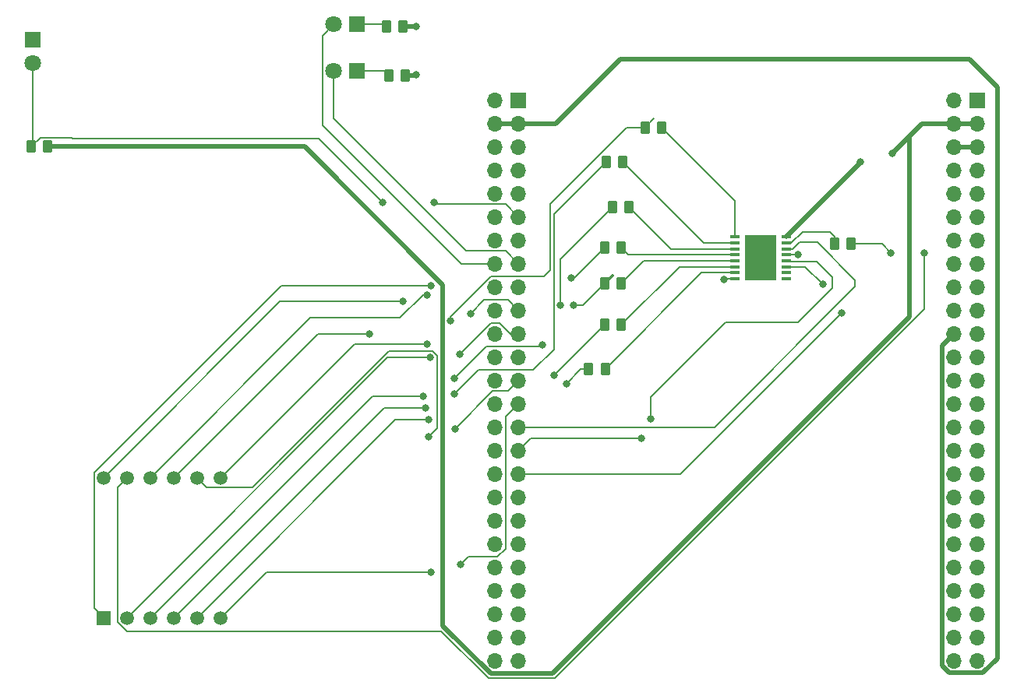
<source format=gbr>
%TF.GenerationSoftware,KiCad,Pcbnew,(7.0.0)*%
%TF.CreationDate,2023-05-31T00:06:15-06:00*%
%TF.ProjectId,Oximeter,4f78696d-6574-4657-922e-6b696361645f,rev?*%
%TF.SameCoordinates,Original*%
%TF.FileFunction,Copper,L1,Top*%
%TF.FilePolarity,Positive*%
%FSLAX46Y46*%
G04 Gerber Fmt 4.6, Leading zero omitted, Abs format (unit mm)*
G04 Created by KiCad (PCBNEW (7.0.0)) date 2023-05-31 00:06:15*
%MOMM*%
%LPD*%
G01*
G04 APERTURE LIST*
G04 Aperture macros list*
%AMRoundRect*
0 Rectangle with rounded corners*
0 $1 Rounding radius*
0 $2 $3 $4 $5 $6 $7 $8 $9 X,Y pos of 4 corners*
0 Add a 4 corners polygon primitive as box body*
4,1,4,$2,$3,$4,$5,$6,$7,$8,$9,$2,$3,0*
0 Add four circle primitives for the rounded corners*
1,1,$1+$1,$2,$3*
1,1,$1+$1,$4,$5*
1,1,$1+$1,$6,$7*
1,1,$1+$1,$8,$9*
0 Add four rect primitives between the rounded corners*
20,1,$1+$1,$2,$3,$4,$5,0*
20,1,$1+$1,$4,$5,$6,$7,0*
20,1,$1+$1,$6,$7,$8,$9,0*
20,1,$1+$1,$8,$9,$2,$3,0*%
G04 Aperture macros list end*
%TA.AperFunction,SMDPad,CuDef*%
%ADD10RoundRect,0.250000X-0.262500X-0.450000X0.262500X-0.450000X0.262500X0.450000X-0.262500X0.450000X0*%
%TD*%
%TA.AperFunction,SMDPad,CuDef*%
%ADD11R,1.050000X0.450000*%
%TD*%
%TA.AperFunction,SMDPad,CuDef*%
%ADD12R,3.400000X5.000000*%
%TD*%
%TA.AperFunction,ComponentPad*%
%ADD13R,1.500000X1.500000*%
%TD*%
%TA.AperFunction,ComponentPad*%
%ADD14C,1.500000*%
%TD*%
%TA.AperFunction,SMDPad,CuDef*%
%ADD15RoundRect,0.250000X0.262500X0.450000X-0.262500X0.450000X-0.262500X-0.450000X0.262500X-0.450000X0*%
%TD*%
%TA.AperFunction,ComponentPad*%
%ADD16R,1.700000X1.700000*%
%TD*%
%TA.AperFunction,ComponentPad*%
%ADD17O,1.700000X1.700000*%
%TD*%
%TA.AperFunction,ComponentPad*%
%ADD18R,1.800000X1.800000*%
%TD*%
%TA.AperFunction,ComponentPad*%
%ADD19C,1.800000*%
%TD*%
%TA.AperFunction,ViaPad*%
%ADD20C,0.800000*%
%TD*%
%TA.AperFunction,Conductor*%
%ADD21C,0.508000*%
%TD*%
%TA.AperFunction,Conductor*%
%ADD22C,0.203200*%
%TD*%
%TA.AperFunction,Conductor*%
%ADD23C,0.304800*%
%TD*%
G04 APERTURE END LIST*
D10*
%TO.P,R3,1*%
%TO.N,a*%
X238425000Y-89600000D03*
%TO.P,R3,2*%
%TO.N,Net-(U1-a)*%
X240250000Y-89600000D03*
%TD*%
D11*
%TO.P,U2,1,QB*%
%TO.N,b*%
X227624999Y-88824999D03*
%TO.P,U2,2,QC*%
%TO.N,c*%
X227624999Y-89474999D03*
%TO.P,U2,3,QD*%
%TO.N,d*%
X227624999Y-90124999D03*
%TO.P,U2,4,QE*%
%TO.N,e*%
X227624999Y-90774999D03*
%TO.P,U2,5,QF*%
%TO.N,f*%
X227624999Y-91424999D03*
%TO.P,U2,6,QG*%
%TO.N,g*%
X227624999Y-92074999D03*
%TO.P,U2,7,QH*%
%TO.N,dp*%
X227624999Y-92724999D03*
%TO.P,U2,8,GND*%
%TO.N,GND*%
X227624999Y-93374999D03*
%TO.P,U2,9,QH'*%
%TO.N,unconnected-(U2-QH'-Pad9)*%
X233174999Y-93374999D03*
%TO.P,U2,10,~{SRCLR}*%
%TO.N,+5V*%
X233174999Y-92724999D03*
%TO.P,U2,11,SRCLK*%
%TO.N,SH_CP*%
X233174999Y-92074999D03*
%TO.P,U2,12,RCLK*%
%TO.N,ST_CP*%
X233174999Y-91424999D03*
%TO.P,U2,13,~{OE}*%
%TO.N,GND*%
X233174999Y-90774999D03*
%TO.P,U2,14,SER*%
%TO.N,DS*%
X233174999Y-90124999D03*
%TO.P,U2,15,QA*%
%TO.N,a*%
X233174999Y-89474999D03*
%TO.P,U2,16,VCC*%
%TO.N,+5V*%
X233174999Y-88824999D03*
D12*
%TO.P,U2,17*%
%TO.N,N/C*%
X230399999Y-91099999D03*
%TD*%
D13*
%TO.P,U1,1,e*%
%TO.N,Net-(U1-e)*%
X159024999Y-130264999D03*
D14*
%TO.P,U1,2,d*%
%TO.N,Net-(U1-d)*%
X161565000Y-130265000D03*
%TO.P,U1,3,DPX*%
%TO.N,Net-(U1-DPX)*%
X164105000Y-130265000D03*
%TO.P,U1,4,c*%
%TO.N,Net-(U1-c)*%
X166645000Y-130265000D03*
%TO.P,U1,5,g*%
%TO.N,Net-(U1-g)*%
X169185000Y-130265000D03*
%TO.P,U1,6,CA4*%
%TO.N,Dig4*%
X171725000Y-130265000D03*
%TO.P,U1,7,b*%
%TO.N,Net-(U1-b)*%
X171725000Y-115025000D03*
%TO.P,U1,8,CA3*%
%TO.N,Dig3*%
X169185000Y-115025000D03*
%TO.P,U1,9,CA2*%
%TO.N,Dig2*%
X166645000Y-115025000D03*
%TO.P,U1,10,f*%
%TO.N,Net-(U1-f)*%
X164105000Y-115025000D03*
%TO.P,U1,11,a*%
%TO.N,Net-(U1-a)*%
X161565000Y-115025000D03*
%TO.P,U1,12,CA1*%
%TO.N,Dig1*%
X159025000Y-115025000D03*
%TD*%
D15*
%TO.P,R11,1*%
%TO.N,+5V*%
X152950000Y-79025000D03*
%TO.P,R11,2*%
%TO.N,LightSensor*%
X151125000Y-79025000D03*
%TD*%
%TO.P,R10,1*%
%TO.N,dp*%
X213525000Y-103200000D03*
%TO.P,R10,2*%
%TO.N,Net-(U1-DPX)*%
X211700000Y-103200000D03*
%TD*%
%TO.P,R9,1*%
%TO.N,g*%
X215275000Y-98375000D03*
%TO.P,R9,2*%
%TO.N,Net-(U1-g)*%
X213450000Y-98375000D03*
%TD*%
%TO.P,R8,1*%
%TO.N,f*%
X215250000Y-93900000D03*
%TO.P,R8,2*%
%TO.N,Net-(U1-f)*%
X213425000Y-93900000D03*
%TD*%
%TO.P,R7,1*%
%TO.N,e*%
X215250000Y-90025000D03*
%TO.P,R7,2*%
%TO.N,Net-(U1-e)*%
X213425000Y-90025000D03*
%TD*%
%TO.P,R6,2*%
%TO.N,Net-(U1-d)*%
X214275000Y-85600000D03*
%TO.P,R6,1*%
%TO.N,d*%
X216100000Y-85600000D03*
%TD*%
%TO.P,R5,2*%
%TO.N,Net-(U1-c)*%
X213600000Y-80675000D03*
%TO.P,R5,1*%
%TO.N,c*%
X215425000Y-80675000D03*
%TD*%
%TO.P,R4,2*%
%TO.N,Net-(U1-b)*%
X217825000Y-76925000D03*
%TO.P,R4,1*%
%TO.N,b*%
X219650000Y-76925000D03*
%TD*%
D10*
%TO.P,R2,1*%
%TO.N,Net-(D1-K)*%
X189735000Y-65950000D03*
%TO.P,R2,2*%
%TO.N,GND*%
X191560000Y-65950000D03*
%TD*%
%TO.P,R1,1*%
%TO.N,Net-(D2-K)*%
X189985000Y-71250000D03*
%TO.P,R1,2*%
%TO.N,GND*%
X191810000Y-71250000D03*
%TD*%
D16*
%TO.P,J2,1,Pin_1*%
%TO.N,GND*%
X253974999Y-73994999D03*
D17*
%TO.P,J2,2,Pin_2*%
X251434999Y-73994999D03*
%TO.P,J2,3,Pin_3*%
%TO.N,+5V*%
X253974999Y-76534999D03*
%TO.P,J2,4,Pin_4*%
X251434999Y-76534999D03*
%TO.P,J2,5,Pin_5*%
%TO.N,/3V*%
X253974999Y-79074999D03*
%TO.P,J2,6,Pin_6*%
X251434999Y-79074999D03*
%TO.P,J2,7,Pin_7*%
%TO.N,/PH0*%
X253974999Y-81614999D03*
%TO.P,J2,8,Pin_8*%
%TO.N,/PH1*%
X251434999Y-81614999D03*
%TO.P,J2,9,Pin_9*%
%TO.N,/PC14*%
X253974999Y-84154999D03*
%TO.P,J2,10,Pin_10*%
%TO.N,/PC15*%
X251434999Y-84154999D03*
%TO.P,J2,11,Pin_11*%
%TO.N,/PE6*%
X253974999Y-86694999D03*
%TO.P,J2,12,Pin_12*%
%TO.N,/PC13*%
X251434999Y-86694999D03*
%TO.P,J2,13,Pin_13*%
%TO.N,/PE4*%
X253974999Y-89234999D03*
%TO.P,J2,14,Pin_14*%
%TO.N,/PE5*%
X251434999Y-89234999D03*
%TO.P,J2,15,Pin_15*%
%TO.N,/PE2*%
X253974999Y-91774999D03*
%TO.P,J2,16,Pin_16*%
%TO.N,/PE3*%
X251434999Y-91774999D03*
%TO.P,J2,17,Pin_17*%
%TO.N,/PE0*%
X253974999Y-94314999D03*
%TO.P,J2,18,Pin_18*%
%TO.N,/PE1*%
X251434999Y-94314999D03*
%TO.P,J2,19,Pin_19*%
%TO.N,/PB8*%
X253974999Y-96854999D03*
%TO.P,J2,20,Pin_20*%
%TO.N,/PB9*%
X251434999Y-96854999D03*
%TO.P,J2,21,Pin_21*%
%TO.N,/BOOT0*%
X253974999Y-99394999D03*
%TO.P,J2,22,Pin_22*%
%TO.N,/VDD*%
X251434999Y-99394999D03*
%TO.P,J2,23,Pin_23*%
%TO.N,/PB6*%
X253974999Y-101934999D03*
%TO.P,J2,24,Pin_24*%
%TO.N,/PB7*%
X251434999Y-101934999D03*
%TO.P,J2,25,Pin_25*%
%TO.N,/PB4*%
X253974999Y-104474999D03*
%TO.P,J2,26,Pin_26*%
%TO.N,/PB5*%
X251434999Y-104474999D03*
%TO.P,J2,27,Pin_27*%
%TO.N,/PD7*%
X253974999Y-107014999D03*
%TO.P,J2,28,Pin_28*%
%TO.N,/PB3*%
X251434999Y-107014999D03*
%TO.P,J2,29,Pin_29*%
%TO.N,/PD5*%
X253974999Y-109554999D03*
%TO.P,J2,30,Pin_30*%
%TO.N,/PD6*%
X251434999Y-109554999D03*
%TO.P,J2,31,Pin_31*%
%TO.N,/PD3*%
X253974999Y-112094999D03*
%TO.P,J2,32,Pin_32*%
%TO.N,/PD4*%
X251434999Y-112094999D03*
%TO.P,J2,33,Pin_33*%
%TO.N,/PD1*%
X253974999Y-114634999D03*
%TO.P,J2,34,Pin_34*%
%TO.N,/PD2*%
X251434999Y-114634999D03*
%TO.P,J2,35,Pin_35*%
%TO.N,/PC12*%
X253974999Y-117174999D03*
%TO.P,J2,36,Pin_36*%
%TO.N,/PD0*%
X251434999Y-117174999D03*
%TO.P,J2,37,Pin_37*%
%TO.N,/PC10*%
X253974999Y-119714999D03*
%TO.P,J2,38,Pin_38*%
%TO.N,/PC11*%
X251434999Y-119714999D03*
%TO.P,J2,39,Pin_39*%
%TO.N,/PA14*%
X253974999Y-122254999D03*
%TO.P,J2,40,Pin_40*%
%TO.N,/PA15*%
X251434999Y-122254999D03*
%TO.P,J2,41,Pin_41*%
%TO.N,/PA10*%
X253974999Y-124794999D03*
%TO.P,J2,42,Pin_42*%
%TO.N,/PA13*%
X251434999Y-124794999D03*
%TO.P,J2,43,Pin_43*%
%TO.N,/PA8*%
X253974999Y-127334999D03*
%TO.P,J2,44,Pin_44*%
%TO.N,/PA9*%
X251434999Y-127334999D03*
%TO.P,J2,45,Pin_45*%
%TO.N,/PC8*%
X253974999Y-129874999D03*
%TO.P,J2,46,Pin_46*%
%TO.N,/PC9*%
X251434999Y-129874999D03*
%TO.P,J2,47,Pin_47*%
%TO.N,/PC6*%
X253974999Y-132414999D03*
%TO.P,J2,48,Pin_48*%
%TO.N,/PC7*%
X251434999Y-132414999D03*
%TO.P,J2,49,Pin_49*%
%TO.N,GND*%
X253974999Y-134954999D03*
%TO.P,J2,50,Pin_50*%
X251434999Y-134954999D03*
%TD*%
D16*
%TO.P,J1,1,Pin_1*%
%TO.N,GND*%
X204089999Y-73979999D03*
D17*
%TO.P,J1,2,Pin_2*%
X201549999Y-73979999D03*
%TO.P,J1,3,Pin_3*%
%TO.N,/VDD*%
X204089999Y-76519999D03*
%TO.P,J1,4,Pin_4*%
X201549999Y-76519999D03*
%TO.P,J1,5,Pin_5*%
%TO.N,GND*%
X204089999Y-79059999D03*
%TO.P,J1,6,Pin_6*%
%TO.N,/NSRT*%
X201549999Y-79059999D03*
%TO.P,J1,7,Pin_7*%
%TO.N,/PC1*%
X204089999Y-81599999D03*
%TO.P,J1,8,Pin_8*%
%TO.N,/PC0*%
X201549999Y-81599999D03*
%TO.P,J1,9,Pin_9*%
%TO.N,/PC3*%
X204089999Y-84139999D03*
%TO.P,J1,10,Pin_10*%
%TO.N,/PC2*%
X201549999Y-84139999D03*
%TO.P,J1,11,Pin_11*%
%TO.N,LightSensor*%
X204089999Y-86679999D03*
%TO.P,J1,12,Pin_12*%
%TO.N,/PA0*%
X201549999Y-86679999D03*
%TO.P,J1,13,Pin_13*%
%TO.N,/PA3*%
X204089999Y-89219999D03*
%TO.P,J1,14,Pin_14*%
%TO.N,/PA2*%
X201549999Y-89219999D03*
%TO.P,J1,15,Pin_15*%
%TO.N,Infared_LED*%
X204089999Y-91759999D03*
%TO.P,J1,16,Pin_16*%
%TO.N,Red_LED*%
X201549999Y-91759999D03*
%TO.P,J1,17,Pin_17*%
%TO.N,/PA7*%
X204089999Y-94299999D03*
%TO.P,J1,18,Pin_18*%
%TO.N,/PA6*%
X201549999Y-94299999D03*
%TO.P,J1,19,Pin_19*%
%TO.N,Dig1*%
X204089999Y-96839999D03*
%TO.P,J1,20,Pin_20*%
%TO.N,/PC4*%
X201549999Y-96839999D03*
%TO.P,J1,21,Pin_21*%
%TO.N,Dig2*%
X204089999Y-99379999D03*
%TO.P,J1,22,Pin_22*%
%TO.N,/PB0*%
X201549999Y-99379999D03*
%TO.P,J1,23,Pin_23*%
%TO.N,GND*%
X204089999Y-101919999D03*
%TO.P,J1,24,Pin_24*%
%TO.N,/PB2*%
X201549999Y-101919999D03*
%TO.P,J1,25,Pin_25*%
%TO.N,Dig3*%
X204089999Y-104459999D03*
%TO.P,J1,26,Pin_26*%
%TO.N,/PE8*%
X201549999Y-104459999D03*
%TO.P,J1,27,Pin_27*%
%TO.N,Dig4*%
X204089999Y-106999999D03*
%TO.P,J1,28,Pin_28*%
%TO.N,/PE10*%
X201549999Y-106999999D03*
%TO.P,J1,29,Pin_29*%
%TO.N,DS*%
X204089999Y-109539999D03*
%TO.P,J1,30,Pin_30*%
%TO.N,/PE12*%
X201549999Y-109539999D03*
%TO.P,J1,31,Pin_31*%
%TO.N,ST_CP*%
X204089999Y-112079999D03*
%TO.P,J1,32,Pin_32*%
%TO.N,/PE14*%
X201549999Y-112079999D03*
%TO.P,J1,33,Pin_33*%
%TO.N,SH_CP*%
X204089999Y-114619999D03*
%TO.P,J1,34,Pin_34*%
%TO.N,/PB10*%
X201549999Y-114619999D03*
%TO.P,J1,35,Pin_35*%
%TO.N,/PB11*%
X204089999Y-117159999D03*
%TO.P,J1,36,Pin_36*%
%TO.N,/PB12*%
X201549999Y-117159999D03*
%TO.P,J1,37,Pin_37*%
%TO.N,/PB13*%
X204089999Y-119699999D03*
%TO.P,J1,38,Pin_38*%
%TO.N,/PB14*%
X201549999Y-119699999D03*
%TO.P,J1,39,Pin_39*%
%TO.N,/PB15*%
X204089999Y-122239999D03*
%TO.P,J1,40,Pin_40*%
%TO.N,/PD8*%
X201549999Y-122239999D03*
%TO.P,J1,41,Pin_41*%
%TO.N,/PD9*%
X204089999Y-124779999D03*
%TO.P,J1,42,Pin_42*%
%TO.N,/PD10*%
X201549999Y-124779999D03*
%TO.P,J1,43,Pin_43*%
%TO.N,/PD11*%
X204089999Y-127319999D03*
%TO.P,J1,44,Pin_44*%
%TO.N,/PD12*%
X201549999Y-127319999D03*
%TO.P,J1,45,Pin_45*%
%TO.N,/PD13*%
X204089999Y-129859999D03*
%TO.P,J1,46,Pin_46*%
%TO.N,/PD14*%
X201549999Y-129859999D03*
%TO.P,J1,47,Pin_47*%
%TO.N,/PD15*%
X204089999Y-132399999D03*
%TO.P,J1,48,Pin_48*%
%TO.N,/NC*%
X201549999Y-132399999D03*
%TO.P,J1,49,Pin_49*%
%TO.N,GND*%
X204089999Y-134939999D03*
%TO.P,J1,50,Pin_50*%
X201549999Y-134939999D03*
%TD*%
D18*
%TO.P,D3,1,K*%
%TO.N,GND*%
X151312499Y-67424999D03*
D19*
%TO.P,D3,2,A*%
%TO.N,LightSensor*%
X151312500Y-69965000D03*
%TD*%
D18*
%TO.P,D2,1,K*%
%TO.N,Net-(D2-K)*%
X186549999Y-70799999D03*
D19*
%TO.P,D2,2,A*%
%TO.N,Infared_LED*%
X184010000Y-70800000D03*
%TD*%
D18*
%TO.P,D1,1,K*%
%TO.N,Net-(D1-K)*%
X186549999Y-65724999D03*
D19*
%TO.P,D1,2,A*%
%TO.N,Red_LED*%
X184010000Y-65725000D03*
%TD*%
D20*
%TO.N,Net-(U1-e)*%
X209850000Y-93300000D03*
X194550000Y-94150000D03*
%TO.N,Dig1*%
X198875000Y-97150000D03*
X191575000Y-95875000D03*
%TO.N,Net-(U1-a)*%
X244550000Y-90550000D03*
X248200000Y-90550000D03*
%TO.N,Net-(U1-f)*%
X210100000Y-96250000D03*
X194200000Y-95173900D03*
%TO.N,Dig2*%
X187900000Y-99400000D03*
X197725000Y-101575000D03*
%TO.N,Dig3*%
X197175000Y-109750000D03*
X194350000Y-110600000D03*
%TO.N,Net-(U1-b)*%
X194175000Y-100475000D03*
X196728500Y-97950000D03*
%TO.N,Net-(U1-DPX)*%
X209275000Y-104800000D03*
X206700000Y-100550000D03*
X193775000Y-106125000D03*
X197150000Y-104250000D03*
%TO.N,Net-(U1-d)*%
X208650000Y-96300000D03*
X194475000Y-101950000D03*
%TO.N,Net-(U1-c)*%
X194025000Y-107400000D03*
X197150000Y-105900000D03*
%TO.N,Net-(U1-g)*%
X194325000Y-108725000D03*
X207962500Y-103862500D03*
%TO.N,Dig4*%
X194575000Y-125275000D03*
X197800000Y-124475000D03*
%TO.N,LightSensor*%
X194925000Y-85100000D03*
X189350000Y-85100000D03*
%TO.N,GND*%
X192985000Y-71225000D03*
X193010000Y-65975000D03*
%TO.N,SH_CP*%
X239200000Y-97100000D03*
X237175000Y-94000000D03*
%TO.N,ST_CP*%
X217425000Y-110750000D03*
X218450000Y-108650000D03*
%TO.N,+5V*%
X241198900Y-80700000D03*
X244725000Y-79725000D03*
%TO.N,GND*%
X234425000Y-90775000D03*
X226400000Y-93426100D03*
%TD*%
D21*
%TO.N,/VDD*%
X254515135Y-136259000D02*
X250894865Y-136259000D01*
X201550000Y-76520000D02*
X208155000Y-76520000D01*
X208155000Y-76520000D02*
X215150000Y-69525000D01*
X215150000Y-69525000D02*
X253050000Y-69525000D01*
X256112500Y-134661635D02*
X254515135Y-136259000D01*
X253050000Y-69525000D02*
X256112500Y-72587500D01*
X256112500Y-72587500D02*
X256112500Y-134661635D01*
X250894865Y-136259000D02*
X250130000Y-135494135D01*
X250130000Y-135494135D02*
X250130000Y-100700000D01*
X250130000Y-100700000D02*
X251435000Y-99395000D01*
D22*
%TO.N,Net-(U1-a)*%
X200835728Y-136855600D02*
X208030138Y-136855600D01*
X208030138Y-136855600D02*
X248200000Y-96685738D01*
X248200000Y-96685738D02*
X248200000Y-90550000D01*
X195705127Y-131725000D02*
X200835728Y-136855600D01*
X160513400Y-116076600D02*
X160513400Y-130700587D01*
X161537813Y-131725000D02*
X195705127Y-131725000D01*
X161565000Y-115025000D02*
X160513400Y-116076600D01*
X160513400Y-130700587D02*
X161537813Y-131725000D01*
%TO.N,Net-(U1-e)*%
X210150000Y-93300000D02*
X213425000Y-90025000D01*
X209850000Y-93300000D02*
X210150000Y-93300000D01*
X178300000Y-94150000D02*
X194550000Y-94150000D01*
X157973400Y-129213400D02*
X157973400Y-114476600D01*
X157973400Y-114476600D02*
X178300000Y-94150000D01*
X159025000Y-130265000D02*
X157973400Y-129213400D01*
%TO.N,Net-(U1-b)*%
X215857420Y-76925000D02*
X217825000Y-76925000D01*
X207545200Y-85237220D02*
X215857420Y-76925000D01*
X196728500Y-97492891D02*
X201072991Y-93148400D01*
X196728500Y-97950000D02*
X196728500Y-97492891D01*
X201072991Y-93148400D02*
X206870209Y-93148400D01*
X206870209Y-93148400D02*
X207545200Y-92473409D01*
X207545200Y-92473409D02*
X207545200Y-85237220D01*
%TO.N,Net-(U1-f)*%
X191225000Y-97650000D02*
X181480000Y-97650000D01*
X193701100Y-95173900D02*
X191225000Y-97650000D01*
X181480000Y-97650000D02*
X164105000Y-115025000D01*
X194200000Y-95173900D02*
X193701100Y-95173900D01*
%TO.N,Dig1*%
X202938400Y-95688400D02*
X204090000Y-96840000D01*
X200336600Y-95688400D02*
X202938400Y-95688400D01*
X198875000Y-97150000D02*
X200336600Y-95688400D01*
X178175000Y-95875000D02*
X191575000Y-95875000D01*
X159025000Y-115025000D02*
X178175000Y-95875000D01*
%TO.N,ST_CP*%
X233226600Y-91476600D02*
X233175000Y-91425000D01*
X238200000Y-94375000D02*
X238200000Y-93200000D01*
X238200000Y-93200000D02*
X236476600Y-91476600D01*
X236476600Y-91476600D02*
X233226600Y-91476600D01*
X226578200Y-98146800D02*
X234428200Y-98146800D01*
X218450000Y-108650000D02*
X218450000Y-106275000D01*
X218450000Y-106275000D02*
X226578200Y-98146800D01*
X234428200Y-98146800D02*
X238200000Y-94375000D01*
%TO.N,Net-(U1-a)*%
X243600000Y-89600000D02*
X240250000Y-89600000D01*
X244550000Y-90550000D02*
X243600000Y-89600000D01*
%TO.N,Net-(U1-f)*%
X211075000Y-96250000D02*
X213425000Y-93900000D01*
X210100000Y-96250000D02*
X211075000Y-96250000D01*
%TO.N,Dig2*%
X182270000Y-99400000D02*
X166645000Y-115025000D01*
X187900000Y-99400000D02*
X182270000Y-99400000D01*
X201071600Y-98228400D02*
X197725000Y-101575000D01*
X202027009Y-98228400D02*
X201071600Y-98228400D01*
X203178609Y-99380000D02*
X202027009Y-98228400D01*
X204090000Y-99380000D02*
X203178609Y-99380000D01*
%TO.N,Dig3*%
X202938400Y-105611600D02*
X204090000Y-104460000D01*
X201309791Y-105611600D02*
X202938400Y-105611600D01*
X197175000Y-109750000D02*
X197175000Y-109746391D01*
X197175000Y-109746391D02*
X201309791Y-105611600D01*
X195300000Y-109650000D02*
X194350000Y-110600000D01*
X195300000Y-101782787D02*
X195300000Y-109650000D01*
X175183190Y-116076600D02*
X190011390Y-101248400D01*
X170236600Y-116076600D02*
X175183190Y-116076600D01*
X190011390Y-101248400D02*
X194765613Y-101248400D01*
X194765613Y-101248400D02*
X195300000Y-101782787D01*
X169185000Y-115025000D02*
X170236600Y-116076600D01*
%TO.N,Net-(U1-g)*%
X207962500Y-103862500D02*
X213450000Y-98375000D01*
%TO.N,Net-(U1-b)*%
X171725000Y-115025000D02*
X186275000Y-100475000D01*
X186275000Y-100475000D02*
X194175000Y-100475000D01*
%TO.N,Net-(U1-DPX)*%
X206475000Y-100775000D02*
X206700000Y-100550000D01*
X205975000Y-100775000D02*
X206475000Y-100775000D01*
X209275000Y-104800000D02*
X210875000Y-103200000D01*
X210875000Y-103200000D02*
X211700000Y-103200000D01*
%TO.N,Net-(U1-c)*%
X207948400Y-86326600D02*
X213600000Y-80675000D01*
X207948400Y-101076600D02*
X207948400Y-86326600D01*
X205716600Y-103308400D02*
X207948400Y-101076600D01*
X197150000Y-105900000D02*
X199741600Y-103308400D01*
X199741600Y-103308400D02*
X205716600Y-103308400D01*
%TO.N,Net-(U1-DPX)*%
X205968400Y-100768400D02*
X205975000Y-100775000D01*
X200631600Y-100768400D02*
X205968400Y-100768400D01*
X197150000Y-104250000D02*
X200631600Y-100768400D01*
X188245000Y-106125000D02*
X193775000Y-106125000D01*
X164105000Y-130265000D02*
X188245000Y-106125000D01*
%TO.N,Net-(U1-d)*%
X194475000Y-101950000D02*
X189880000Y-101950000D01*
X189880000Y-101950000D02*
X161565000Y-130265000D01*
X208650000Y-91225000D02*
X208650000Y-96300000D01*
X214275000Y-85600000D02*
X208650000Y-91225000D01*
%TO.N,Net-(U1-c)*%
X189510000Y-107400000D02*
X194025000Y-107400000D01*
X166645000Y-130265000D02*
X189510000Y-107400000D01*
%TO.N,Net-(U1-g)*%
X190725000Y-108725000D02*
X169185000Y-130265000D01*
X194325000Y-108725000D02*
X190725000Y-108725000D01*
%TO.N,Dig4*%
X176715000Y-125275000D02*
X171725000Y-130265000D01*
X194575000Y-125275000D02*
X176715000Y-125275000D01*
X201790209Y-123628400D02*
X198646600Y-123628400D01*
X198646600Y-123628400D02*
X197800000Y-124475000D01*
X202701600Y-122717009D02*
X201790209Y-123628400D01*
X202701600Y-108388400D02*
X202701600Y-122717009D01*
X204090000Y-107000000D02*
X202701600Y-108388400D01*
D21*
%TO.N,+5V*%
X246537500Y-97562500D02*
X246537500Y-77912500D01*
X207800000Y-136300000D02*
X246537500Y-97562500D01*
X195875000Y-131109135D02*
X201065865Y-136300000D01*
X180875000Y-79025000D02*
X195875000Y-94025000D01*
X195875000Y-94025000D02*
X195875000Y-131109135D01*
X152950000Y-79025000D02*
X180875000Y-79025000D01*
X201065865Y-136300000D02*
X207800000Y-136300000D01*
D22*
%TO.N,Red_LED*%
X182808400Y-76682720D02*
X197885680Y-91760000D01*
X182808400Y-66926600D02*
X182808400Y-76682720D01*
X184010000Y-65725000D02*
X182808400Y-66926600D01*
%TO.N,Infared_LED*%
X184010000Y-75956600D02*
X184010000Y-70800000D01*
X202701600Y-90371600D02*
X198425000Y-90371600D01*
X198425000Y-90371600D02*
X184010000Y-75956600D01*
%TO.N,LightSensor*%
X155514100Y-78023400D02*
X152126600Y-78023400D01*
X155664100Y-78173400D02*
X155514100Y-78023400D01*
X182423400Y-78173400D02*
X189350000Y-85100000D01*
X155664100Y-78173400D02*
X182423400Y-78173400D01*
X151312500Y-78837500D02*
X151125000Y-79025000D01*
X151312500Y-69965000D02*
X151312500Y-78837500D01*
X202701600Y-85291600D02*
X204090000Y-86680000D01*
X195116600Y-85291600D02*
X202701600Y-85291600D01*
X194925000Y-85100000D02*
X195116600Y-85291600D01*
X151125000Y-79025000D02*
X152126600Y-78023400D01*
%TO.N,Red_LED*%
X201550000Y-91760000D02*
X197885680Y-91760000D01*
%TO.N,Infared_LED*%
X204090000Y-91760000D02*
X202701600Y-90371600D01*
D21*
%TO.N,GND*%
X191810000Y-71250000D02*
X192960000Y-71250000D01*
X192960000Y-71250000D02*
X192985000Y-71225000D01*
X192985000Y-65950000D02*
X193010000Y-65975000D01*
X191560000Y-65950000D02*
X192985000Y-65950000D01*
D22*
%TO.N,Net-(D1-K)*%
X189510000Y-65725000D02*
X189735000Y-65950000D01*
X186550000Y-65725000D02*
X189510000Y-65725000D01*
%TO.N,Net-(D2-K)*%
X189535000Y-70800000D02*
X189985000Y-71250000D01*
X186550000Y-70800000D02*
X189535000Y-70800000D01*
%TO.N,SH_CP*%
X221680000Y-114620000D02*
X204090000Y-114620000D01*
X239200000Y-97100000D02*
X221680000Y-114620000D01*
X233175000Y-92075000D02*
X235250000Y-92075000D01*
X235250000Y-92075000D02*
X237175000Y-94000000D01*
%TO.N,ST_CP*%
X205420000Y-110750000D02*
X204090000Y-112080000D01*
X217425000Y-110750000D02*
X205420000Y-110750000D01*
%TO.N,a*%
X237900000Y-88275000D02*
X238425000Y-88800000D01*
X238425000Y-88800000D02*
X238425000Y-89600000D01*
X233732032Y-89475000D02*
X234932032Y-88275000D01*
X234932032Y-88275000D02*
X237900000Y-88275000D01*
X233175000Y-89475000D02*
X233732032Y-89475000D01*
%TO.N,DS*%
X225377213Y-109540000D02*
X204090000Y-109540000D01*
X240676600Y-94240613D02*
X225377213Y-109540000D01*
X233903200Y-90125000D02*
X234636534Y-89391666D01*
X234636534Y-89391666D02*
X236541666Y-89391666D01*
X236541666Y-89391666D02*
X240676600Y-93526600D01*
X240676600Y-93526600D02*
X240676600Y-94240613D01*
X233175000Y-90125000D02*
X233903200Y-90125000D01*
D23*
%TO.N,Net-(U1-f)*%
X214289900Y-93035100D02*
X213425000Y-93900000D01*
D21*
%TO.N,+5V*%
X235575000Y-86425000D02*
X233204000Y-88796000D01*
X241198900Y-80801100D02*
X235575000Y-86425000D01*
X233204000Y-88796000D02*
X233175000Y-88796000D01*
X247915000Y-76535000D02*
X244725000Y-79725000D01*
X251435000Y-76535000D02*
X247915000Y-76535000D01*
X241198900Y-80700000D02*
X241198900Y-80801100D01*
%TO.N,/VDD*%
X201550000Y-76520000D02*
X204090000Y-76520000D01*
%TO.N,/3V*%
X251435000Y-79075000D02*
X253975000Y-79075000D01*
%TO.N,+5V*%
X251435000Y-76535000D02*
X253975000Y-76535000D01*
D22*
%TO.N,Net-(U1-b)*%
X217825000Y-76925000D02*
X218826600Y-75923400D01*
%TO.N,b*%
X219650000Y-76925000D02*
X227625000Y-84900000D01*
X227625000Y-84900000D02*
X227625000Y-88825000D01*
%TO.N,GND*%
X233175000Y-90775000D02*
X234425000Y-90775000D01*
X226451100Y-93375000D02*
X226400000Y-93426100D01*
X227625000Y-93375000D02*
X226451100Y-93375000D01*
%TO.N,a*%
X238425000Y-89600000D02*
X238300000Y-89475000D01*
%TO.N,dp*%
X224000000Y-92725000D02*
X213525000Y-103200000D01*
X227625000Y-92725000D02*
X224000000Y-92725000D01*
%TO.N,g*%
X221575000Y-92075000D02*
X215275000Y-98375000D01*
X227625000Y-92075000D02*
X221575000Y-92075000D01*
%TO.N,f*%
X217725000Y-91425000D02*
X215250000Y-93900000D01*
X227625000Y-91425000D02*
X217725000Y-91425000D01*
%TO.N,e*%
X216000000Y-90775000D02*
X215250000Y-90025000D01*
X227625000Y-90775000D02*
X216000000Y-90775000D01*
%TO.N,d*%
X220625000Y-90125000D02*
X216100000Y-85600000D01*
X227625000Y-90125000D02*
X220625000Y-90125000D01*
%TO.N,c*%
X227625000Y-89475000D02*
X224225000Y-89475000D01*
X224225000Y-89475000D02*
X215425000Y-80675000D01*
%TD*%
M02*

</source>
